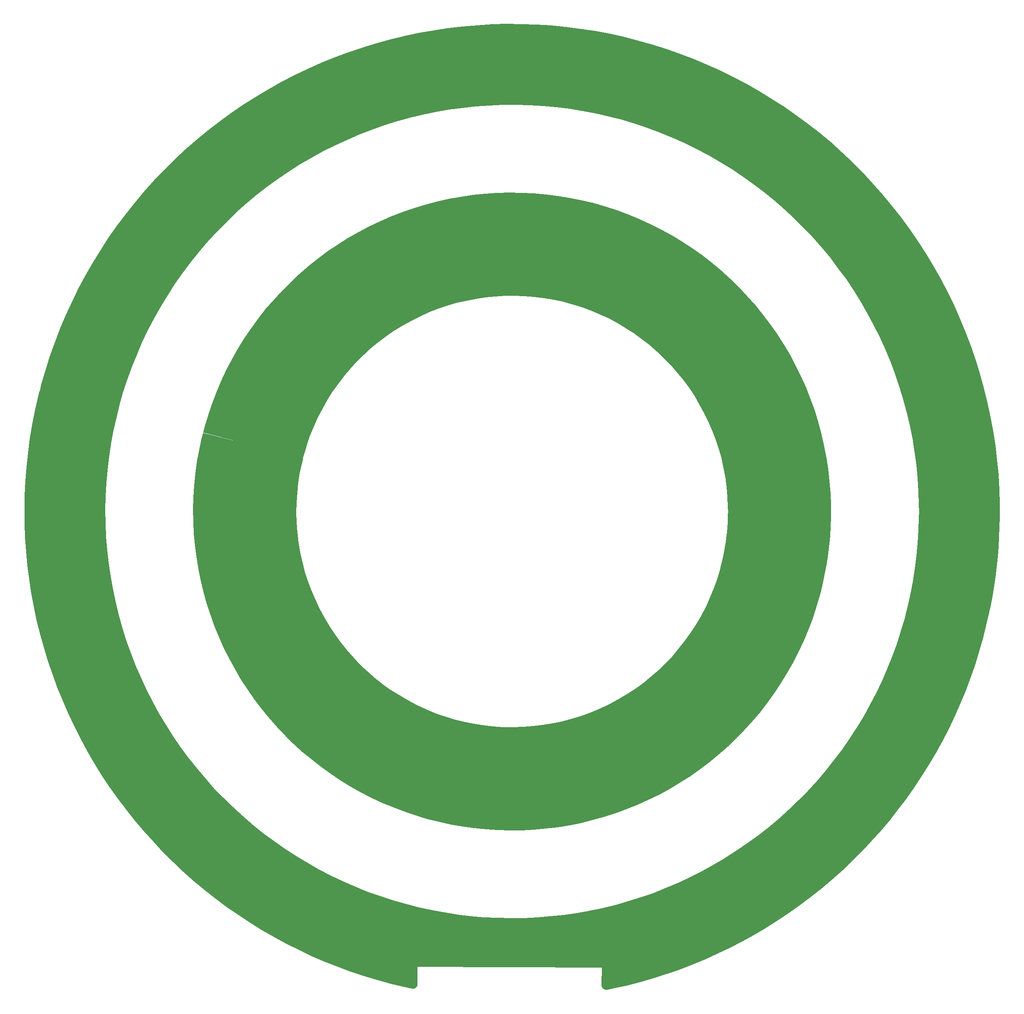
<source format=gbl>
G04*
G04 #@! TF.GenerationSoftware,Altium Limited,Altium Designer,19.1.5 (86)*
G04*
G04 Layer_Physical_Order=2*
G04 Layer_Color=16711680*
%FSLAX25Y25*%
%MOIN*%
G70*
G01*
G75*
G36*
X8047Y416984D02*
X20604Y416552D01*
X33141Y415742D01*
X45649Y414555D01*
X58116Y412992D01*
X70529Y411054D01*
X82879Y408743D01*
X95153Y406061D01*
X107342Y403011D01*
X119432Y399595D01*
X131414Y395816D01*
X143277Y391678D01*
X155010Y387184D01*
X166603Y382340D01*
X178044Y377148D01*
X189323Y371614D01*
X200431Y365742D01*
X211357Y359539D01*
X222091Y353009D01*
X232623Y346160D01*
X242945Y338995D01*
X253046Y331524D01*
X262917Y323751D01*
X272549Y315685D01*
X281935Y307332D01*
X291064Y298700D01*
X299929Y289797D01*
X308522Y280631D01*
X316835Y271211D01*
X324861Y261544D01*
X332592Y251640D01*
X340021Y241508D01*
X347141Y231156D01*
X353946Y220595D01*
X360430Y209833D01*
X366587Y198881D01*
X372412Y187749D01*
X377898Y176446D01*
X383041Y164983D01*
X387837Y153370D01*
X392281Y141618D01*
X396369Y129738D01*
X400097Y117740D01*
X403462Y105635D01*
X406461Y93434D01*
X409090Y81148D01*
X411349Y68789D01*
X413235Y56367D01*
X414745Y43894D01*
X415879Y31381D01*
X416635Y18840D01*
X417014Y6282D01*
Y0D01*
Y-4333D01*
X416834Y-12996D01*
X416474Y-21654D01*
X415934Y-30303D01*
X415214Y-38938D01*
X414316Y-47557D01*
X413238Y-56155D01*
X411982Y-64729D01*
X410548Y-73275D01*
X408937Y-81790D01*
X407150Y-90269D01*
X405186Y-98709D01*
X404117Y-102907D01*
X404143Y-102914D01*
X404143D01*
X404143Y-102914D01*
X404143Y-102914D01*
X404143Y-102914D01*
X404143Y-102914D01*
X404143Y-102914D01*
X404147Y-102915D01*
X404154Y-102920D01*
X404160Y-102927D01*
X404163Y-102935D01*
Y-102940D01*
Y-102940D01*
X404163Y-102942D01*
X404162Y-102944D01*
X404162Y-102945D01*
X404162Y-102946D01*
X402714Y-108632D01*
X399499Y-119917D01*
X395967Y-131107D01*
X392123Y-142194D01*
X387967Y-153168D01*
X383506Y-164021D01*
X378740Y-174743D01*
X373675Y-185328D01*
X368314Y-195766D01*
X362661Y-206049D01*
X356721Y-216169D01*
X350499Y-226118D01*
X344000Y-235888D01*
X337229Y-245471D01*
X330190Y-254860D01*
X322890Y-264047D01*
X315335Y-273026D01*
X307530Y-281788D01*
X299482Y-290327D01*
X291197Y-298637D01*
X282681Y-306710D01*
X273941Y-314540D01*
X264985Y-322121D01*
X255819Y-329448D01*
X246451Y-336513D01*
X236887Y-343313D01*
X227136Y-349840D01*
X217205Y-356091D01*
X207103Y-362060D01*
X196836Y-367743D01*
X186414Y-373134D01*
X175844Y-378230D01*
X165135Y-383027D01*
X154295Y-387521D01*
X143333Y-391707D01*
X132258Y-395584D01*
X121078Y-399148D01*
X109802Y-402396D01*
X98440Y-405326D01*
X86999Y-407934D01*
X81244Y-409077D01*
X81244Y-409077D01*
X81244Y-409077D01*
X81244Y-409077D01*
X81244Y-409077D01*
X81243Y-409077D01*
X80811Y-409163D01*
X79930Y-409140D01*
X79075Y-408925D01*
X78289Y-408527D01*
X77609Y-407965D01*
X77069Y-407268D01*
X76695Y-406470D01*
X76506Y-405609D01*
X76509Y-405168D01*
X76590Y-390303D01*
X-80838Y-389446D01*
X-80919Y-404310D01*
X-80919Y-404310D01*
Y-404310D01*
X-80921Y-404751D01*
X-81119Y-405610D01*
X-81502Y-406405D01*
X-82049Y-407096D01*
X-82735Y-407650D01*
X-83526Y-408039D01*
X-84383Y-408245D01*
X-85265Y-408258D01*
X-85697Y-408168D01*
Y-408168D01*
X-91576Y-406933D01*
X-103260Y-404127D01*
X-114857Y-400985D01*
X-126360Y-397510D01*
X-137757Y-393705D01*
X-149040Y-389574D01*
X-160200Y-385119D01*
X-171227Y-380345D01*
X-182111Y-375255D01*
X-192844Y-369854D01*
X-203418Y-364146D01*
X-213822Y-358135D01*
X-224049Y-351828D01*
X-234090Y-345228D01*
X-243937Y-338342D01*
X-253582Y-331175D01*
X-263016Y-323734D01*
X-272232Y-316023D01*
X-281222Y-308051D01*
X-289978Y-299823D01*
X-298494Y-291346D01*
X-306762Y-282627D01*
X-314775Y-273674D01*
X-322528Y-264493D01*
X-330013Y-255093D01*
X-337223Y-245482D01*
X-344154Y-235666D01*
X-350800Y-225655D01*
X-357154Y-215457D01*
X-363212Y-205080D01*
X-368968Y-194533D01*
X-374419Y-183825D01*
X-379558Y-172964D01*
X-384383Y-161959D01*
X-388889Y-150820D01*
X-393071Y-139556D01*
X-396928Y-128176D01*
X-400455Y-116689D01*
X-403650Y-105106D01*
X-406510Y-93436D01*
X-409033Y-81687D01*
X-411216Y-69872D01*
X-413058Y-57998D01*
X-414557Y-46076D01*
X-415713Y-34116D01*
X-416523Y-22128D01*
X-416987Y-10121D01*
X-417106Y1894D01*
X-416878Y13908D01*
X-416305Y25910D01*
X-415385Y37891D01*
X-414122Y49840D01*
X-412514Y61748D01*
X-410565Y73604D01*
X-408274Y85400D01*
X-405645Y97124D01*
X-404162Y102946D01*
X-404161Y102951D01*
X-404154Y102960D01*
X-404145Y102965D01*
X-404135Y102967D01*
X-404130Y102965D01*
X-404130Y102965D01*
X-404104Y102959D01*
X-402553Y109046D01*
X-399086Y121122D01*
X-395256Y133089D01*
X-391068Y144934D01*
X-386525Y156648D01*
X-381631Y168219D01*
X-376391Y179639D01*
X-370809Y190894D01*
X-364891Y201977D01*
X-358641Y212877D01*
X-352066Y223583D01*
X-345172Y234086D01*
X-337964Y244377D01*
X-330450Y254447D01*
X-322635Y264285D01*
X-314528Y273883D01*
X-306136Y283233D01*
X-297465Y292326D01*
X-288525Y301153D01*
X-279323Y309707D01*
X-269867Y317981D01*
X-260167Y325965D01*
X-250230Y333654D01*
X-240066Y341040D01*
X-229685Y348116D01*
X-219095Y354877D01*
X-208306Y361315D01*
X-197328Y367426D01*
X-186171Y373203D01*
X-174845Y378641D01*
X-163360Y383736D01*
X-151727Y388483D01*
X-139957Y392877D01*
X-128059Y396914D01*
X-116045Y400592D01*
X-103926Y403905D01*
X-91713Y406852D01*
X-79416Y409430D01*
X-67047Y411637D01*
X-54618Y413469D01*
X-42138Y414927D01*
X-29621Y416008D01*
X-17077Y416711D01*
X-4517Y417037D01*
X8047Y416984D01*
D02*
G37*
%LPC*%
G36*
X3380Y347875D02*
X-8052Y347799D01*
X-19476Y347346D01*
X-30879Y346519D01*
X-42249Y345317D01*
X-53572Y343742D01*
X-64839Y341796D01*
X-76035Y339481D01*
X-87149Y336799D01*
X-98168Y333754D01*
X-109082Y330348D01*
X-119878Y326585D01*
X-130545Y322470D01*
X-141070Y318006D01*
X-151443Y313199D01*
X-161653Y308054D01*
X-171688Y302576D01*
X-181537Y296771D01*
X-191191Y290645D01*
X-200638Y284206D01*
X-209868Y277460D01*
X-218872Y270414D01*
X-227639Y263076D01*
X-236161Y255454D01*
X-244427Y247556D01*
X-252430Y239391D01*
X-260160Y230967D01*
X-267608Y222294D01*
X-274768Y213380D01*
X-281631Y204236D01*
X-288190Y194872D01*
X-294438Y185297D01*
X-300367Y175522D01*
X-305973Y165558D01*
X-311248Y155414D01*
X-316186Y145103D01*
X-320783Y134635D01*
X-325034Y124022D01*
X-328934Y113275D01*
X-332478Y102405D01*
X-335664Y91425D01*
X-337121Y85897D01*
X-337095Y85891D01*
X-337095D01*
X-337095Y85891D01*
X-337095Y85891D01*
X-337095Y85891D01*
X-337095Y85891D01*
X-337095Y85891D01*
X-337091Y85890D01*
X-337083Y85885D01*
X-337078Y85878D01*
X-337075Y85869D01*
Y85865D01*
Y85864D01*
X-337075Y85862D01*
X-337075Y85861D01*
X-337076Y85859D01*
X-337076Y85858D01*
X-338436Y80332D01*
X-340883Y69215D01*
X-342965Y58025D01*
X-344680Y46772D01*
X-346026Y35470D01*
X-347001Y24129D01*
X-347605Y12763D01*
X-347836Y1383D01*
X-347695Y-9999D01*
X-347182Y-21370D01*
X-346297Y-32718D01*
X-345041Y-44031D01*
X-343415Y-55297D01*
X-341422Y-66504D01*
X-339064Y-77639D01*
X-336342Y-88691D01*
X-333260Y-99648D01*
X-329821Y-110499D01*
X-326029Y-121231D01*
X-321888Y-131834D01*
X-317402Y-142295D01*
X-312576Y-152604D01*
X-307416Y-162750D01*
X-301926Y-172721D01*
X-296113Y-182507D01*
X-289983Y-192098D01*
X-283543Y-201483D01*
X-276799Y-210652D01*
X-269758Y-219596D01*
X-262429Y-228305D01*
X-254818Y-236769D01*
X-246935Y-244980D01*
X-238787Y-252928D01*
X-230384Y-260605D01*
X-221734Y-268004D01*
X-212846Y-275115D01*
X-203731Y-281932D01*
X-194397Y-288447D01*
X-184855Y-294653D01*
X-175115Y-300544D01*
X-165188Y-306112D01*
X-155084Y-311353D01*
X-144814Y-316261D01*
X-134388Y-320830D01*
X-123819Y-325055D01*
X-113117Y-328932D01*
X-102295Y-332457D01*
X-91362Y-335626D01*
X-80332Y-338436D01*
X-69215Y-340883D01*
X-58025Y-342965D01*
X-46772Y-344680D01*
X-35470Y-346026D01*
X-24129Y-347001D01*
X-12763Y-347605D01*
X-1383Y-347836D01*
X9999Y-347695D01*
X21370Y-347182D01*
X32718Y-346297D01*
X44031Y-345041D01*
X55297Y-343415D01*
X66503Y-341422D01*
X77639Y-339064D01*
X88691Y-336342D01*
X99648Y-333260D01*
X110499Y-329821D01*
X121231Y-326029D01*
X131834Y-321888D01*
X142295Y-317402D01*
X152604Y-312576D01*
X162750Y-307416D01*
X172721Y-301926D01*
X182507Y-296113D01*
X192098Y-289983D01*
X201483Y-283543D01*
X210652Y-276799D01*
X219596Y-269758D01*
X228305Y-262429D01*
X236769Y-254818D01*
X244980Y-246935D01*
X252928Y-238787D01*
X260605Y-230384D01*
X268004Y-221734D01*
X275115Y-212846D01*
X281932Y-203731D01*
X288447Y-194397D01*
X294653Y-184855D01*
X300544Y-175115D01*
X306112Y-165188D01*
X311353Y-155084D01*
X316261Y-144814D01*
X320830Y-134388D01*
X325055Y-123819D01*
X328932Y-113117D01*
X332457Y-102295D01*
X335626Y-91362D01*
X337076Y-85858D01*
X337077Y-85853D01*
X337084Y-85845D01*
X337092Y-85839D01*
X337103Y-85838D01*
X337108Y-85839D01*
X337108Y-85839D01*
X337134Y-85846D01*
X338431Y-80582D01*
X340777Y-69997D01*
X342793Y-59343D01*
X344476Y-48632D01*
X345824Y-37874D01*
X346836Y-27079D01*
X347512Y-16258D01*
X347849Y-5421D01*
X347892Y-0D01*
X347845Y5716D01*
X347469Y17143D01*
X346718Y28551D01*
X345593Y39929D01*
X344094Y51263D01*
X342224Y62542D01*
X339984Y73753D01*
X337377Y84885D01*
X334406Y95925D01*
X331073Y106861D01*
X327383Y117682D01*
X323339Y128376D01*
X318946Y138931D01*
X314209Y149337D01*
X309132Y159581D01*
X303722Y169652D01*
X297983Y179541D01*
X291923Y189235D01*
X285547Y198725D01*
X278863Y208000D01*
X271878Y217051D01*
X264599Y225868D01*
X257034Y234440D01*
X249192Y242759D01*
X241080Y250816D01*
X232709Y258603D01*
X224086Y266110D01*
X215221Y273329D01*
X206123Y280253D01*
X196803Y286875D01*
X187270Y293187D01*
X177535Y299182D01*
X167609Y304854D01*
X157501Y310197D01*
X147223Y315205D01*
X136786Y319872D01*
X126202Y324194D01*
X115481Y328166D01*
X104636Y331783D01*
X93677Y335042D01*
X82617Y337940D01*
X71468Y340472D01*
X60242Y342636D01*
X48951Y344431D01*
X37607Y345853D01*
X26222Y346902D01*
X14809Y347576D01*
X3380Y347875D01*
D02*
G37*
%LPD*%
G36*
X8078Y272641D02*
X18445Y272136D01*
X28785Y271237D01*
X39083Y269946D01*
X49325Y268263D01*
X59495Y266193D01*
X69579Y263737D01*
X79562Y260898D01*
X89430Y257683D01*
X99169Y254094D01*
X108764Y250137D01*
X118202Y245818D01*
X127468Y241143D01*
X136550Y236119D01*
X145434Y230753D01*
X154108Y225053D01*
X162558Y219027D01*
X170773Y212684D01*
X178741Y206033D01*
X186450Y199084D01*
X193889Y191846D01*
X201048Y184331D01*
X207915Y176549D01*
X214481Y168511D01*
X220737Y160229D01*
X226673Y151715D01*
X232281Y142982D01*
X237552Y134041D01*
X242480Y124907D01*
X247056Y115591D01*
X251275Y106108D01*
X255130Y96472D01*
X258616Y86696D01*
X261727Y76794D01*
X264459Y66781D01*
X266808Y56672D01*
X268771Y46480D01*
X270345Y36221D01*
X271527Y25910D01*
X272316Y15561D01*
X272711Y5190D01*
Y0D01*
Y-4250D01*
X272446Y-12745D01*
X271917Y-21228D01*
X271123Y-29691D01*
X270066Y-38124D01*
X268747Y-46521D01*
X267167Y-54872D01*
X265328Y-63170D01*
X264279Y-67289D01*
X264305Y-67295D01*
X264305D01*
X264305Y-67295D01*
X264305Y-67295D01*
X264305Y-67295D01*
X264305Y-67295D01*
X264305Y-67295D01*
X264309Y-67296D01*
X264317Y-67301D01*
X264322Y-67308D01*
X264325Y-67316D01*
Y-67321D01*
Y-67322D01*
X264325Y-67323D01*
X264324Y-67325D01*
X264324Y-67327D01*
X264324Y-67327D01*
X263065Y-72271D01*
X260179Y-82057D01*
X256928Y-91728D01*
X253319Y-101270D01*
X249355Y-110671D01*
X245043Y-119918D01*
X240388Y-128996D01*
X235396Y-137894D01*
X230075Y-146600D01*
X224433Y-155100D01*
X218477Y-163383D01*
X212215Y-171438D01*
X205656Y-179253D01*
X198810Y-186818D01*
X191685Y-194121D01*
X184293Y-201152D01*
X176643Y-207903D01*
X168746Y-214362D01*
X160612Y-220522D01*
X152254Y-226373D01*
X143684Y-231908D01*
X134912Y-237118D01*
X125951Y-241997D01*
X116815Y-246537D01*
X107515Y-250732D01*
X98064Y-254577D01*
X88477Y-258066D01*
X78765Y-261194D01*
X68944Y-263956D01*
X59026Y-266350D01*
X49026Y-268370D01*
X38957Y-270016D01*
X28833Y-271284D01*
X18670Y-272172D01*
X8480Y-272680D01*
X-1722Y-272806D01*
X-11921Y-272551D01*
X-22104Y-271915D01*
X-32256Y-270898D01*
X-42362Y-269502D01*
X-52410Y-267730D01*
X-62384Y-265583D01*
X-72271Y-263065D01*
X-82057Y-260179D01*
X-91728Y-256928D01*
X-101270Y-253319D01*
X-110671Y-249355D01*
X-119918Y-245043D01*
X-128996Y-240388D01*
X-137894Y-235396D01*
X-146600Y-230075D01*
X-155100Y-224433D01*
X-163383Y-218477D01*
X-171438Y-212215D01*
X-179253Y-205656D01*
X-186818Y-198810D01*
X-194121Y-191685D01*
X-201152Y-184293D01*
X-207903Y-176643D01*
X-214362Y-168746D01*
X-220522Y-160612D01*
X-226373Y-152254D01*
X-231908Y-143684D01*
X-237118Y-134912D01*
X-241997Y-125951D01*
X-246537Y-116815D01*
X-250732Y-107515D01*
X-254577Y-98064D01*
X-258066Y-88477D01*
X-261194Y-78765D01*
X-263956Y-68944D01*
X-266350Y-59026D01*
X-268370Y-49026D01*
X-270016Y-38957D01*
X-271284Y-28833D01*
X-272172Y-18670D01*
X-272680Y-8480D01*
X-272806Y1722D01*
X-272551Y11921D01*
X-271915Y22104D01*
X-270898Y32256D01*
X-269502Y42362D01*
X-267730Y52410D01*
X-265583Y62384D01*
X-264324Y67327D01*
X-264323Y67332D01*
X-264316Y67341D01*
X-264307Y67346D01*
X-264297Y67348D01*
X-264292Y67347D01*
X-264292Y67347D01*
X-264292Y67347D01*
X-264292Y67347D01*
X-264292Y67347D01*
X-264292Y67347D01*
X-221550Y56459D01*
X-264266Y67340D01*
X-262985Y72369D01*
X-260041Y82322D01*
X-256721Y92155D01*
X-253029Y101855D01*
X-248971Y111408D01*
X-244552Y120799D01*
X-239779Y130016D01*
X-234659Y139044D01*
X-229200Y147871D01*
X-223408Y156483D01*
X-217293Y164869D01*
X-210863Y173017D01*
X-204128Y180914D01*
X-197098Y188549D01*
X-189782Y195911D01*
X-182191Y202989D01*
X-174337Y209774D01*
X-166229Y216254D01*
X-157882Y222422D01*
X-149306Y228267D01*
X-140513Y233782D01*
X-131517Y238959D01*
X-122331Y243789D01*
X-112968Y248267D01*
X-103441Y252385D01*
X-93764Y256138D01*
X-83951Y259519D01*
X-74017Y262525D01*
X-63976Y265151D01*
X-53842Y267393D01*
X-43630Y269248D01*
X-33355Y270713D01*
X-23032Y271786D01*
X-12675Y272466D01*
X-2300Y272751D01*
X8078Y272641D01*
D02*
G37*
%LPC*%
G36*
X2179Y184537D02*
X-6159Y184447D01*
X-14485Y183981D01*
X-22781Y183139D01*
X-31031Y181923D01*
X-39217Y180335D01*
X-47323Y178379D01*
X-55333Y176060D01*
X-63229Y173380D01*
X-70997Y170347D01*
X-78619Y166966D01*
X-86081Y163244D01*
X-93368Y159189D01*
X-100463Y154809D01*
X-107354Y150113D01*
X-114025Y145110D01*
X-120464Y139811D01*
X-126657Y134227D01*
X-132591Y128368D01*
X-138254Y122248D01*
X-143635Y115877D01*
X-148723Y109271D01*
X-153507Y102441D01*
X-157978Y95402D01*
X-162127Y88168D01*
X-165944Y80755D01*
X-169422Y73176D01*
X-172555Y65448D01*
X-175335Y57587D01*
X-177758Y49608D01*
X-178833Y45579D01*
X-178808Y45572D01*
X-178808D01*
X-178807Y45572D01*
X-178807Y45572D01*
X-178807Y45572D01*
X-178807Y45572D01*
X-178807Y45572D01*
X-178803Y45571D01*
X-178796Y45566D01*
X-178790Y45559D01*
X-178788Y45551D01*
Y45547D01*
Y45546D01*
X-178788Y45544D01*
X-178788Y45542D01*
X-178788Y45541D01*
X-178788Y45540D01*
X-179792Y41398D01*
X-181513Y33051D01*
X-182845Y24633D01*
X-183788Y16162D01*
X-184338Y7657D01*
X-184495Y-865D01*
X-184258Y-9385D01*
X-183628Y-17884D01*
X-182606Y-26346D01*
X-181195Y-34751D01*
X-179396Y-43082D01*
X-177215Y-51321D01*
X-174656Y-59451D01*
X-171724Y-67454D01*
X-168426Y-75313D01*
X-164768Y-83011D01*
X-160758Y-90532D01*
X-156405Y-97860D01*
X-151719Y-104978D01*
X-146709Y-111873D01*
X-141386Y-118529D01*
X-135761Y-124933D01*
X-129846Y-131069D01*
X-123654Y-136926D01*
X-117199Y-142491D01*
X-110493Y-147751D01*
X-103551Y-152697D01*
X-96389Y-157316D01*
X-89021Y-161600D01*
X-81462Y-165539D01*
X-73730Y-169124D01*
X-65841Y-172349D01*
X-57811Y-175206D01*
X-49658Y-177689D01*
X-41398Y-179792D01*
X-33051Y-181513D01*
X-24633Y-182845D01*
X-16162Y-183788D01*
X-7657Y-184338D01*
X865Y-184495D01*
X9385Y-184258D01*
X17884Y-183628D01*
X26346Y-182606D01*
X34751Y-181195D01*
X43082Y-179396D01*
X51321Y-177215D01*
X59451Y-174656D01*
X67454Y-171724D01*
X75313Y-168426D01*
X83011Y-164768D01*
X90532Y-160758D01*
X97859Y-156405D01*
X104978Y-151719D01*
X111873Y-146709D01*
X118529Y-141386D01*
X124933Y-135761D01*
X131069Y-129846D01*
X136926Y-123654D01*
X142491Y-117199D01*
X147751Y-110493D01*
X152697Y-103551D01*
X157316Y-96389D01*
X161600Y-89021D01*
X165539Y-81462D01*
X169124Y-73730D01*
X172349Y-65841D01*
X175206Y-57811D01*
X177689Y-49658D01*
X178788Y-45540D01*
X178790Y-45535D01*
X178796Y-45527D01*
X178805Y-45521D01*
X178815Y-45520D01*
X178820Y-45521D01*
X178821Y-45521D01*
Y-45521D01*
X178846Y-45527D01*
X179534Y-42736D01*
X180778Y-37122D01*
X181847Y-31472D01*
X182739Y-25792D01*
X183454Y-20086D01*
X183990Y-14361D01*
X184348Y-8622D01*
X184528Y-2875D01*
X184550Y-0D01*
X184503Y4169D01*
X184126Y12500D01*
X183374Y20804D01*
X182247Y29067D01*
X180748Y37269D01*
X178879Y45396D01*
X176646Y53430D01*
X174052Y61356D01*
X171103Y69155D01*
X167805Y76814D01*
X164163Y84316D01*
X160187Y91645D01*
X155884Y98788D01*
X151262Y105729D01*
X146332Y112454D01*
X141102Y118949D01*
X135585Y125202D01*
X129791Y131199D01*
X123732Y136928D01*
X117420Y142377D01*
X110869Y147536D01*
X104091Y152394D01*
X97101Y156940D01*
X89912Y161166D01*
X82540Y165063D01*
X74999Y168623D01*
X67306Y171839D01*
X59474Y174704D01*
X51522Y177212D01*
X43464Y179359D01*
X35318Y181139D01*
X27099Y182550D01*
X18825Y183587D01*
X10513Y184250D01*
X2179Y184537D01*
D02*
G37*
%LPD*%
M02*

</source>
